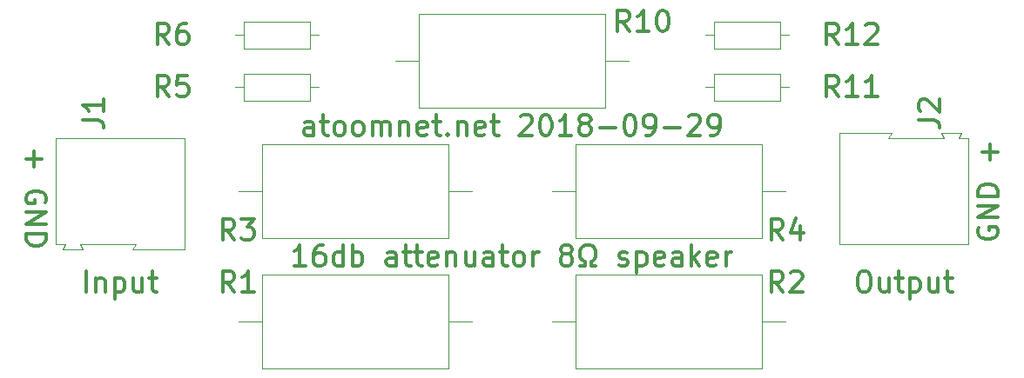
<source format=gbr>
G04 #@! TF.GenerationSoftware,KiCad,Pcbnew,(5.0.0)*
G04 #@! TF.CreationDate,2018-09-29T19:01:10+02:00*
G04 #@! TF.ProjectId,16db attenuator,3136646220617474656E7561746F722E,rev?*
G04 #@! TF.SameCoordinates,Original*
G04 #@! TF.FileFunction,Legend,Top*
G04 #@! TF.FilePolarity,Positive*
%FSLAX46Y46*%
G04 Gerber Fmt 4.6, Leading zero omitted, Abs format (unit mm)*
G04 Created by KiCad (PCBNEW (5.0.0)) date 09/29/18 19:01:10*
%MOMM*%
%LPD*%
G01*
G04 APERTURE LIST*
%ADD10C,0.300000*%
%ADD11C,0.120000*%
G04 APERTURE END LIST*
D10*
X134384285Y-97424761D02*
X134384285Y-96377142D01*
X134289047Y-96186666D01*
X134098571Y-96091428D01*
X133717619Y-96091428D01*
X133527142Y-96186666D01*
X134384285Y-97329523D02*
X134193809Y-97424761D01*
X133717619Y-97424761D01*
X133527142Y-97329523D01*
X133431904Y-97139047D01*
X133431904Y-96948571D01*
X133527142Y-96758095D01*
X133717619Y-96662857D01*
X134193809Y-96662857D01*
X134384285Y-96567619D01*
X135050952Y-96091428D02*
X135812857Y-96091428D01*
X135336666Y-95424761D02*
X135336666Y-97139047D01*
X135431904Y-97329523D01*
X135622380Y-97424761D01*
X135812857Y-97424761D01*
X136765238Y-97424761D02*
X136574761Y-97329523D01*
X136479523Y-97234285D01*
X136384285Y-97043809D01*
X136384285Y-96472380D01*
X136479523Y-96281904D01*
X136574761Y-96186666D01*
X136765238Y-96091428D01*
X137050952Y-96091428D01*
X137241428Y-96186666D01*
X137336666Y-96281904D01*
X137431904Y-96472380D01*
X137431904Y-97043809D01*
X137336666Y-97234285D01*
X137241428Y-97329523D01*
X137050952Y-97424761D01*
X136765238Y-97424761D01*
X138574761Y-97424761D02*
X138384285Y-97329523D01*
X138289047Y-97234285D01*
X138193809Y-97043809D01*
X138193809Y-96472380D01*
X138289047Y-96281904D01*
X138384285Y-96186666D01*
X138574761Y-96091428D01*
X138860476Y-96091428D01*
X139050952Y-96186666D01*
X139146190Y-96281904D01*
X139241428Y-96472380D01*
X139241428Y-97043809D01*
X139146190Y-97234285D01*
X139050952Y-97329523D01*
X138860476Y-97424761D01*
X138574761Y-97424761D01*
X140098571Y-97424761D02*
X140098571Y-96091428D01*
X140098571Y-96281904D02*
X140193809Y-96186666D01*
X140384285Y-96091428D01*
X140670000Y-96091428D01*
X140860476Y-96186666D01*
X140955714Y-96377142D01*
X140955714Y-97424761D01*
X140955714Y-96377142D02*
X141050952Y-96186666D01*
X141241428Y-96091428D01*
X141527142Y-96091428D01*
X141717619Y-96186666D01*
X141812857Y-96377142D01*
X141812857Y-97424761D01*
X142765238Y-96091428D02*
X142765238Y-97424761D01*
X142765238Y-96281904D02*
X142860476Y-96186666D01*
X143050952Y-96091428D01*
X143336666Y-96091428D01*
X143527142Y-96186666D01*
X143622380Y-96377142D01*
X143622380Y-97424761D01*
X145336666Y-97329523D02*
X145146190Y-97424761D01*
X144765238Y-97424761D01*
X144574761Y-97329523D01*
X144479523Y-97139047D01*
X144479523Y-96377142D01*
X144574761Y-96186666D01*
X144765238Y-96091428D01*
X145146190Y-96091428D01*
X145336666Y-96186666D01*
X145431904Y-96377142D01*
X145431904Y-96567619D01*
X144479523Y-96758095D01*
X146003333Y-96091428D02*
X146765238Y-96091428D01*
X146289047Y-95424761D02*
X146289047Y-97139047D01*
X146384285Y-97329523D01*
X146574761Y-97424761D01*
X146765238Y-97424761D01*
X147431904Y-97234285D02*
X147527142Y-97329523D01*
X147431904Y-97424761D01*
X147336666Y-97329523D01*
X147431904Y-97234285D01*
X147431904Y-97424761D01*
X148384285Y-96091428D02*
X148384285Y-97424761D01*
X148384285Y-96281904D02*
X148479523Y-96186666D01*
X148670000Y-96091428D01*
X148955714Y-96091428D01*
X149146190Y-96186666D01*
X149241428Y-96377142D01*
X149241428Y-97424761D01*
X150955714Y-97329523D02*
X150765238Y-97424761D01*
X150384285Y-97424761D01*
X150193809Y-97329523D01*
X150098571Y-97139047D01*
X150098571Y-96377142D01*
X150193809Y-96186666D01*
X150384285Y-96091428D01*
X150765238Y-96091428D01*
X150955714Y-96186666D01*
X151050952Y-96377142D01*
X151050952Y-96567619D01*
X150098571Y-96758095D01*
X151622380Y-96091428D02*
X152384285Y-96091428D01*
X151908095Y-95424761D02*
X151908095Y-97139047D01*
X152003333Y-97329523D01*
X152193809Y-97424761D01*
X152384285Y-97424761D01*
X154479523Y-95615238D02*
X154574761Y-95520000D01*
X154765238Y-95424761D01*
X155241428Y-95424761D01*
X155431904Y-95520000D01*
X155527142Y-95615238D01*
X155622380Y-95805714D01*
X155622380Y-95996190D01*
X155527142Y-96281904D01*
X154384285Y-97424761D01*
X155622380Y-97424761D01*
X156860476Y-95424761D02*
X157050952Y-95424761D01*
X157241428Y-95520000D01*
X157336666Y-95615238D01*
X157431904Y-95805714D01*
X157527142Y-96186666D01*
X157527142Y-96662857D01*
X157431904Y-97043809D01*
X157336666Y-97234285D01*
X157241428Y-97329523D01*
X157050952Y-97424761D01*
X156860476Y-97424761D01*
X156670000Y-97329523D01*
X156574761Y-97234285D01*
X156479523Y-97043809D01*
X156384285Y-96662857D01*
X156384285Y-96186666D01*
X156479523Y-95805714D01*
X156574761Y-95615238D01*
X156670000Y-95520000D01*
X156860476Y-95424761D01*
X159431904Y-97424761D02*
X158289047Y-97424761D01*
X158860476Y-97424761D02*
X158860476Y-95424761D01*
X158670000Y-95710476D01*
X158479523Y-95900952D01*
X158289047Y-95996190D01*
X160574761Y-96281904D02*
X160384285Y-96186666D01*
X160289047Y-96091428D01*
X160193809Y-95900952D01*
X160193809Y-95805714D01*
X160289047Y-95615238D01*
X160384285Y-95520000D01*
X160574761Y-95424761D01*
X160955714Y-95424761D01*
X161146190Y-95520000D01*
X161241428Y-95615238D01*
X161336666Y-95805714D01*
X161336666Y-95900952D01*
X161241428Y-96091428D01*
X161146190Y-96186666D01*
X160955714Y-96281904D01*
X160574761Y-96281904D01*
X160384285Y-96377142D01*
X160289047Y-96472380D01*
X160193809Y-96662857D01*
X160193809Y-97043809D01*
X160289047Y-97234285D01*
X160384285Y-97329523D01*
X160574761Y-97424761D01*
X160955714Y-97424761D01*
X161146190Y-97329523D01*
X161241428Y-97234285D01*
X161336666Y-97043809D01*
X161336666Y-96662857D01*
X161241428Y-96472380D01*
X161146190Y-96377142D01*
X160955714Y-96281904D01*
X162193809Y-96662857D02*
X163717619Y-96662857D01*
X165050952Y-95424761D02*
X165241428Y-95424761D01*
X165431904Y-95520000D01*
X165527142Y-95615238D01*
X165622380Y-95805714D01*
X165717619Y-96186666D01*
X165717619Y-96662857D01*
X165622380Y-97043809D01*
X165527142Y-97234285D01*
X165431904Y-97329523D01*
X165241428Y-97424761D01*
X165050952Y-97424761D01*
X164860476Y-97329523D01*
X164765238Y-97234285D01*
X164670000Y-97043809D01*
X164574761Y-96662857D01*
X164574761Y-96186666D01*
X164670000Y-95805714D01*
X164765238Y-95615238D01*
X164860476Y-95520000D01*
X165050952Y-95424761D01*
X166670000Y-97424761D02*
X167050952Y-97424761D01*
X167241428Y-97329523D01*
X167336666Y-97234285D01*
X167527142Y-96948571D01*
X167622380Y-96567619D01*
X167622380Y-95805714D01*
X167527142Y-95615238D01*
X167431904Y-95520000D01*
X167241428Y-95424761D01*
X166860476Y-95424761D01*
X166670000Y-95520000D01*
X166574761Y-95615238D01*
X166479523Y-95805714D01*
X166479523Y-96281904D01*
X166574761Y-96472380D01*
X166670000Y-96567619D01*
X166860476Y-96662857D01*
X167241428Y-96662857D01*
X167431904Y-96567619D01*
X167527142Y-96472380D01*
X167622380Y-96281904D01*
X168479523Y-96662857D02*
X170003333Y-96662857D01*
X170860476Y-95615238D02*
X170955714Y-95520000D01*
X171146190Y-95424761D01*
X171622380Y-95424761D01*
X171812857Y-95520000D01*
X171908095Y-95615238D01*
X172003333Y-95805714D01*
X172003333Y-95996190D01*
X171908095Y-96281904D01*
X170765238Y-97424761D01*
X172003333Y-97424761D01*
X172955714Y-97424761D02*
X173336666Y-97424761D01*
X173527142Y-97329523D01*
X173622380Y-97234285D01*
X173812857Y-96948571D01*
X173908095Y-96567619D01*
X173908095Y-95805714D01*
X173812857Y-95615238D01*
X173717619Y-95520000D01*
X173527142Y-95424761D01*
X173146190Y-95424761D01*
X172955714Y-95520000D01*
X172860476Y-95615238D01*
X172765238Y-95805714D01*
X172765238Y-96281904D01*
X172860476Y-96472380D01*
X172955714Y-96567619D01*
X173146190Y-96662857D01*
X173527142Y-96662857D01*
X173717619Y-96567619D01*
X173812857Y-96472380D01*
X173908095Y-96281904D01*
X133622380Y-110124761D02*
X132479523Y-110124761D01*
X133050952Y-110124761D02*
X133050952Y-108124761D01*
X132860476Y-108410476D01*
X132669999Y-108600952D01*
X132479523Y-108696190D01*
X135336666Y-108124761D02*
X134955714Y-108124761D01*
X134765238Y-108220000D01*
X134670000Y-108315238D01*
X134479523Y-108600952D01*
X134384285Y-108981904D01*
X134384285Y-109743809D01*
X134479523Y-109934285D01*
X134574761Y-110029523D01*
X134765238Y-110124761D01*
X135146190Y-110124761D01*
X135336666Y-110029523D01*
X135431904Y-109934285D01*
X135527142Y-109743809D01*
X135527142Y-109267619D01*
X135431904Y-109077142D01*
X135336666Y-108981904D01*
X135146190Y-108886666D01*
X134765238Y-108886666D01*
X134574761Y-108981904D01*
X134479523Y-109077142D01*
X134384285Y-109267619D01*
X137241428Y-110124761D02*
X137241428Y-108124761D01*
X137241428Y-110029523D02*
X137050952Y-110124761D01*
X136670000Y-110124761D01*
X136479523Y-110029523D01*
X136384285Y-109934285D01*
X136289047Y-109743809D01*
X136289047Y-109172380D01*
X136384285Y-108981904D01*
X136479523Y-108886666D01*
X136670000Y-108791428D01*
X137050952Y-108791428D01*
X137241428Y-108886666D01*
X138193809Y-110124761D02*
X138193809Y-108124761D01*
X138193809Y-108886666D02*
X138384285Y-108791428D01*
X138765238Y-108791428D01*
X138955714Y-108886666D01*
X139050952Y-108981904D01*
X139146190Y-109172380D01*
X139146190Y-109743809D01*
X139050952Y-109934285D01*
X138955714Y-110029523D01*
X138765238Y-110124761D01*
X138384285Y-110124761D01*
X138193809Y-110029523D01*
X142384285Y-110124761D02*
X142384285Y-109077142D01*
X142289047Y-108886666D01*
X142098571Y-108791428D01*
X141717619Y-108791428D01*
X141527142Y-108886666D01*
X142384285Y-110029523D02*
X142193809Y-110124761D01*
X141717619Y-110124761D01*
X141527142Y-110029523D01*
X141431904Y-109839047D01*
X141431904Y-109648571D01*
X141527142Y-109458095D01*
X141717619Y-109362857D01*
X142193809Y-109362857D01*
X142384285Y-109267619D01*
X143050952Y-108791428D02*
X143812857Y-108791428D01*
X143336666Y-108124761D02*
X143336666Y-109839047D01*
X143431904Y-110029523D01*
X143622380Y-110124761D01*
X143812857Y-110124761D01*
X144193809Y-108791428D02*
X144955714Y-108791428D01*
X144479523Y-108124761D02*
X144479523Y-109839047D01*
X144574761Y-110029523D01*
X144765238Y-110124761D01*
X144955714Y-110124761D01*
X146384285Y-110029523D02*
X146193809Y-110124761D01*
X145812857Y-110124761D01*
X145622380Y-110029523D01*
X145527142Y-109839047D01*
X145527142Y-109077142D01*
X145622380Y-108886666D01*
X145812857Y-108791428D01*
X146193809Y-108791428D01*
X146384285Y-108886666D01*
X146479523Y-109077142D01*
X146479523Y-109267619D01*
X145527142Y-109458095D01*
X147336666Y-108791428D02*
X147336666Y-110124761D01*
X147336666Y-108981904D02*
X147431904Y-108886666D01*
X147622380Y-108791428D01*
X147908095Y-108791428D01*
X148098571Y-108886666D01*
X148193809Y-109077142D01*
X148193809Y-110124761D01*
X150003333Y-108791428D02*
X150003333Y-110124761D01*
X149146190Y-108791428D02*
X149146190Y-109839047D01*
X149241428Y-110029523D01*
X149431904Y-110124761D01*
X149717619Y-110124761D01*
X149908095Y-110029523D01*
X150003333Y-109934285D01*
X151812857Y-110124761D02*
X151812857Y-109077142D01*
X151717619Y-108886666D01*
X151527142Y-108791428D01*
X151146190Y-108791428D01*
X150955714Y-108886666D01*
X151812857Y-110029523D02*
X151622380Y-110124761D01*
X151146190Y-110124761D01*
X150955714Y-110029523D01*
X150860476Y-109839047D01*
X150860476Y-109648571D01*
X150955714Y-109458095D01*
X151146190Y-109362857D01*
X151622380Y-109362857D01*
X151812857Y-109267619D01*
X152479523Y-108791428D02*
X153241428Y-108791428D01*
X152765238Y-108124761D02*
X152765238Y-109839047D01*
X152860476Y-110029523D01*
X153050952Y-110124761D01*
X153241428Y-110124761D01*
X154193809Y-110124761D02*
X154003333Y-110029523D01*
X153908095Y-109934285D01*
X153812857Y-109743809D01*
X153812857Y-109172380D01*
X153908095Y-108981904D01*
X154003333Y-108886666D01*
X154193809Y-108791428D01*
X154479523Y-108791428D01*
X154670000Y-108886666D01*
X154765238Y-108981904D01*
X154860476Y-109172380D01*
X154860476Y-109743809D01*
X154765238Y-109934285D01*
X154670000Y-110029523D01*
X154479523Y-110124761D01*
X154193809Y-110124761D01*
X155717619Y-110124761D02*
X155717619Y-108791428D01*
X155717619Y-109172380D02*
X155812857Y-108981904D01*
X155908095Y-108886666D01*
X156098571Y-108791428D01*
X156289047Y-108791428D01*
X158765238Y-108981904D02*
X158574761Y-108886666D01*
X158479523Y-108791428D01*
X158384285Y-108600952D01*
X158384285Y-108505714D01*
X158479523Y-108315238D01*
X158574761Y-108220000D01*
X158765238Y-108124761D01*
X159146190Y-108124761D01*
X159336666Y-108220000D01*
X159431904Y-108315238D01*
X159527142Y-108505714D01*
X159527142Y-108600952D01*
X159431904Y-108791428D01*
X159336666Y-108886666D01*
X159146190Y-108981904D01*
X158765238Y-108981904D01*
X158574761Y-109077142D01*
X158479523Y-109172380D01*
X158384285Y-109362857D01*
X158384285Y-109743809D01*
X158479523Y-109934285D01*
X158574761Y-110029523D01*
X158765238Y-110124761D01*
X159146190Y-110124761D01*
X159336666Y-110029523D01*
X159431904Y-109934285D01*
X159527142Y-109743809D01*
X159527142Y-109362857D01*
X159431904Y-109172380D01*
X159336666Y-109077142D01*
X159146190Y-108981904D01*
X160289047Y-110124761D02*
X160765238Y-110124761D01*
X160765238Y-109743809D01*
X160574761Y-109648571D01*
X160384285Y-109458095D01*
X160289047Y-109172380D01*
X160289047Y-108696190D01*
X160384285Y-108410476D01*
X160574761Y-108220000D01*
X160860476Y-108124761D01*
X161241428Y-108124761D01*
X161527142Y-108220000D01*
X161717619Y-108410476D01*
X161812857Y-108696190D01*
X161812857Y-109172380D01*
X161717619Y-109458095D01*
X161527142Y-109648571D01*
X161336666Y-109743809D01*
X161336666Y-110124761D01*
X161812857Y-110124761D01*
X164098571Y-110029523D02*
X164289047Y-110124761D01*
X164669999Y-110124761D01*
X164860476Y-110029523D01*
X164955714Y-109839047D01*
X164955714Y-109743809D01*
X164860476Y-109553333D01*
X164669999Y-109458095D01*
X164384285Y-109458095D01*
X164193809Y-109362857D01*
X164098571Y-109172380D01*
X164098571Y-109077142D01*
X164193809Y-108886666D01*
X164384285Y-108791428D01*
X164669999Y-108791428D01*
X164860476Y-108886666D01*
X165812857Y-108791428D02*
X165812857Y-110791428D01*
X165812857Y-108886666D02*
X166003333Y-108791428D01*
X166384285Y-108791428D01*
X166574761Y-108886666D01*
X166670000Y-108981904D01*
X166765238Y-109172380D01*
X166765238Y-109743809D01*
X166670000Y-109934285D01*
X166574761Y-110029523D01*
X166384285Y-110124761D01*
X166003333Y-110124761D01*
X165812857Y-110029523D01*
X168384285Y-110029523D02*
X168193809Y-110124761D01*
X167812857Y-110124761D01*
X167622380Y-110029523D01*
X167527142Y-109839047D01*
X167527142Y-109077142D01*
X167622380Y-108886666D01*
X167812857Y-108791428D01*
X168193809Y-108791428D01*
X168384285Y-108886666D01*
X168479523Y-109077142D01*
X168479523Y-109267619D01*
X167527142Y-109458095D01*
X170193809Y-110124761D02*
X170193809Y-109077142D01*
X170098571Y-108886666D01*
X169908095Y-108791428D01*
X169527142Y-108791428D01*
X169336666Y-108886666D01*
X170193809Y-110029523D02*
X170003333Y-110124761D01*
X169527142Y-110124761D01*
X169336666Y-110029523D01*
X169241428Y-109839047D01*
X169241428Y-109648571D01*
X169336666Y-109458095D01*
X169527142Y-109362857D01*
X170003333Y-109362857D01*
X170193809Y-109267619D01*
X171146190Y-110124761D02*
X171146190Y-108124761D01*
X171336666Y-109362857D02*
X171908095Y-110124761D01*
X171908095Y-108791428D02*
X171146190Y-109553333D01*
X173527142Y-110029523D02*
X173336666Y-110124761D01*
X172955714Y-110124761D01*
X172765238Y-110029523D01*
X172669999Y-109839047D01*
X172669999Y-109077142D01*
X172765238Y-108886666D01*
X172955714Y-108791428D01*
X173336666Y-108791428D01*
X173527142Y-108886666D01*
X173622380Y-109077142D01*
X173622380Y-109267619D01*
X172669999Y-109458095D01*
X174479523Y-110124761D02*
X174479523Y-108791428D01*
X174479523Y-109172380D02*
X174574761Y-108981904D01*
X174669999Y-108886666D01*
X174860476Y-108791428D01*
X175050952Y-108791428D01*
X199025000Y-106393809D02*
X198929761Y-106584285D01*
X198929761Y-106870000D01*
X199025000Y-107155714D01*
X199215476Y-107346190D01*
X199405952Y-107441428D01*
X199786904Y-107536666D01*
X200072619Y-107536666D01*
X200453571Y-107441428D01*
X200644047Y-107346190D01*
X200834523Y-107155714D01*
X200929761Y-106870000D01*
X200929761Y-106679523D01*
X200834523Y-106393809D01*
X200739285Y-106298571D01*
X200072619Y-106298571D01*
X200072619Y-106679523D01*
X200929761Y-105441428D02*
X198929761Y-105441428D01*
X200929761Y-104298571D01*
X198929761Y-104298571D01*
X200929761Y-103346190D02*
X198929761Y-103346190D01*
X198929761Y-102870000D01*
X199025000Y-102584285D01*
X199215476Y-102393809D01*
X199405952Y-102298571D01*
X199786904Y-102203333D01*
X200072619Y-102203333D01*
X200453571Y-102298571D01*
X200644047Y-102393809D01*
X200834523Y-102584285D01*
X200929761Y-102870000D01*
X200929761Y-103346190D01*
X200167857Y-99822380D02*
X200167857Y-98298571D01*
X200929761Y-99060476D02*
X199405952Y-99060476D01*
X107172142Y-98933571D02*
X107172142Y-100457380D01*
X106410238Y-99695476D02*
X107934047Y-99695476D01*
X108315000Y-103981190D02*
X108410238Y-103790714D01*
X108410238Y-103505000D01*
X108315000Y-103219285D01*
X108124523Y-103028809D01*
X107934047Y-102933571D01*
X107553095Y-102838333D01*
X107267380Y-102838333D01*
X106886428Y-102933571D01*
X106695952Y-103028809D01*
X106505476Y-103219285D01*
X106410238Y-103505000D01*
X106410238Y-103695476D01*
X106505476Y-103981190D01*
X106600714Y-104076428D01*
X107267380Y-104076428D01*
X107267380Y-103695476D01*
X106410238Y-104933571D02*
X108410238Y-104933571D01*
X106410238Y-106076428D01*
X108410238Y-106076428D01*
X106410238Y-107028809D02*
X108410238Y-107028809D01*
X108410238Y-107505000D01*
X108315000Y-107790714D01*
X108124523Y-107981190D01*
X107934047Y-108076428D01*
X107553095Y-108171666D01*
X107267380Y-108171666D01*
X106886428Y-108076428D01*
X106695952Y-107981190D01*
X106505476Y-107790714D01*
X106410238Y-107505000D01*
X106410238Y-107028809D01*
X112284285Y-112664761D02*
X112284285Y-110664761D01*
X113236666Y-111331428D02*
X113236666Y-112664761D01*
X113236666Y-111521904D02*
X113331904Y-111426666D01*
X113522380Y-111331428D01*
X113808095Y-111331428D01*
X113998571Y-111426666D01*
X114093809Y-111617142D01*
X114093809Y-112664761D01*
X115046190Y-111331428D02*
X115046190Y-113331428D01*
X115046190Y-111426666D02*
X115236666Y-111331428D01*
X115617619Y-111331428D01*
X115808095Y-111426666D01*
X115903333Y-111521904D01*
X115998571Y-111712380D01*
X115998571Y-112283809D01*
X115903333Y-112474285D01*
X115808095Y-112569523D01*
X115617619Y-112664761D01*
X115236666Y-112664761D01*
X115046190Y-112569523D01*
X117712857Y-111331428D02*
X117712857Y-112664761D01*
X116855714Y-111331428D02*
X116855714Y-112379047D01*
X116950952Y-112569523D01*
X117141428Y-112664761D01*
X117427142Y-112664761D01*
X117617619Y-112569523D01*
X117712857Y-112474285D01*
X118379523Y-111331428D02*
X119141428Y-111331428D01*
X118665238Y-110664761D02*
X118665238Y-112379047D01*
X118760476Y-112569523D01*
X118950952Y-112664761D01*
X119141428Y-112664761D01*
X187722380Y-110664761D02*
X188103333Y-110664761D01*
X188293809Y-110760000D01*
X188484285Y-110950476D01*
X188579523Y-111331428D01*
X188579523Y-111998095D01*
X188484285Y-112379047D01*
X188293809Y-112569523D01*
X188103333Y-112664761D01*
X187722380Y-112664761D01*
X187531904Y-112569523D01*
X187341428Y-112379047D01*
X187246190Y-111998095D01*
X187246190Y-111331428D01*
X187341428Y-110950476D01*
X187531904Y-110760000D01*
X187722380Y-110664761D01*
X190293809Y-111331428D02*
X190293809Y-112664761D01*
X189436666Y-111331428D02*
X189436666Y-112379047D01*
X189531904Y-112569523D01*
X189722380Y-112664761D01*
X190008095Y-112664761D01*
X190198571Y-112569523D01*
X190293809Y-112474285D01*
X190960476Y-111331428D02*
X191722380Y-111331428D01*
X191246190Y-110664761D02*
X191246190Y-112379047D01*
X191341428Y-112569523D01*
X191531904Y-112664761D01*
X191722380Y-112664761D01*
X192389047Y-111331428D02*
X192389047Y-113331428D01*
X192389047Y-111426666D02*
X192579523Y-111331428D01*
X192960476Y-111331428D01*
X193150952Y-111426666D01*
X193246190Y-111521904D01*
X193341428Y-111712380D01*
X193341428Y-112283809D01*
X193246190Y-112474285D01*
X193150952Y-112569523D01*
X192960476Y-112664761D01*
X192579523Y-112664761D01*
X192389047Y-112569523D01*
X195055714Y-111331428D02*
X195055714Y-112664761D01*
X194198571Y-111331428D02*
X194198571Y-112379047D01*
X194293809Y-112569523D01*
X194484285Y-112664761D01*
X194770000Y-112664761D01*
X194960476Y-112569523D01*
X195055714Y-112474285D01*
X195722380Y-111331428D02*
X196484285Y-111331428D01*
X196008095Y-110664761D02*
X196008095Y-112379047D01*
X196103333Y-112569523D01*
X196293809Y-112664761D01*
X196484285Y-112664761D01*
D11*
G04 #@! TO.C,J1*
X121870000Y-97680000D02*
X109270000Y-97680000D01*
X109270000Y-97680000D02*
X109270000Y-108030000D01*
X109270000Y-108030000D02*
X110220000Y-108030000D01*
X110220000Y-108030000D02*
X109970000Y-108530000D01*
X109970000Y-108530000D02*
X111870000Y-108530000D01*
X111870000Y-108530000D02*
X111920000Y-108530000D01*
X111920000Y-108530000D02*
X111670000Y-108030000D01*
X111670000Y-108030000D02*
X117070000Y-108030000D01*
X117070000Y-108030000D02*
X116770000Y-108530000D01*
X116770000Y-108530000D02*
X121870000Y-108530000D01*
X121870000Y-108530000D02*
X121870000Y-97680000D01*
G04 #@! TO.C,J2*
X185470000Y-97210000D02*
X185470000Y-108060000D01*
X190570000Y-97210000D02*
X185470000Y-97210000D01*
X190270000Y-97710000D02*
X190570000Y-97210000D01*
X195670000Y-97710000D02*
X190270000Y-97710000D01*
X195420000Y-97210000D02*
X195670000Y-97710000D01*
X195470000Y-97210000D02*
X195420000Y-97210000D01*
X197370000Y-97210000D02*
X195470000Y-97210000D01*
X197120000Y-97710000D02*
X197370000Y-97210000D01*
X198070000Y-97710000D02*
X197120000Y-97710000D01*
X198070000Y-108060000D02*
X198070000Y-97710000D01*
X185470000Y-108060000D02*
X198070000Y-108060000D01*
G04 #@! TO.C,R1*
X127110000Y-115570000D02*
X129370000Y-115570000D01*
X149750000Y-115570000D02*
X147490000Y-115570000D01*
X129370000Y-120130000D02*
X147490000Y-120130000D01*
X129370000Y-111010000D02*
X129370000Y-120130000D01*
X147490000Y-111010000D02*
X129370000Y-111010000D01*
X147490000Y-120130000D02*
X147490000Y-111010000D01*
G04 #@! TO.C,R2*
X177970000Y-120130000D02*
X177970000Y-111010000D01*
X177970000Y-111010000D02*
X159850000Y-111010000D01*
X159850000Y-111010000D02*
X159850000Y-120130000D01*
X159850000Y-120130000D02*
X177970000Y-120130000D01*
X180230000Y-115570000D02*
X177970000Y-115570000D01*
X157590000Y-115570000D02*
X159850000Y-115570000D01*
G04 #@! TO.C,R3*
X127110000Y-102870000D02*
X129370000Y-102870000D01*
X149750000Y-102870000D02*
X147490000Y-102870000D01*
X129370000Y-107430000D02*
X147490000Y-107430000D01*
X129370000Y-98310000D02*
X129370000Y-107430000D01*
X147490000Y-98310000D02*
X129370000Y-98310000D01*
X147490000Y-107430000D02*
X147490000Y-98310000D01*
G04 #@! TO.C,R4*
X177970000Y-107430000D02*
X177970000Y-98310000D01*
X177970000Y-98310000D02*
X159850000Y-98310000D01*
X159850000Y-98310000D02*
X159850000Y-107430000D01*
X159850000Y-107430000D02*
X177970000Y-107430000D01*
X180230000Y-102870000D02*
X177970000Y-102870000D01*
X157590000Y-102870000D02*
X159850000Y-102870000D01*
G04 #@! TO.C,R5*
X126710000Y-92710000D02*
X127600000Y-92710000D01*
X134910000Y-92710000D02*
X134020000Y-92710000D01*
X127600000Y-94020000D02*
X134020000Y-94020000D01*
X127600000Y-91400000D02*
X127600000Y-94020000D01*
X134020000Y-91400000D02*
X127600000Y-91400000D01*
X134020000Y-94020000D02*
X134020000Y-91400000D01*
G04 #@! TO.C,R6*
X134020000Y-88940000D02*
X134020000Y-86320000D01*
X134020000Y-86320000D02*
X127600000Y-86320000D01*
X127600000Y-86320000D02*
X127600000Y-88940000D01*
X127600000Y-88940000D02*
X134020000Y-88940000D01*
X134910000Y-87630000D02*
X134020000Y-87630000D01*
X126710000Y-87630000D02*
X127600000Y-87630000D01*
G04 #@! TO.C,R10*
X142350000Y-90170000D02*
X144610000Y-90170000D01*
X164990000Y-90170000D02*
X162730000Y-90170000D01*
X144610000Y-94730000D02*
X162730000Y-94730000D01*
X144610000Y-85610000D02*
X144610000Y-94730000D01*
X162730000Y-85610000D02*
X144610000Y-85610000D01*
X162730000Y-94730000D02*
X162730000Y-85610000D01*
G04 #@! TO.C,R11*
X173320000Y-91400000D02*
X173320000Y-94020000D01*
X173320000Y-94020000D02*
X179740000Y-94020000D01*
X179740000Y-94020000D02*
X179740000Y-91400000D01*
X179740000Y-91400000D02*
X173320000Y-91400000D01*
X172430000Y-92710000D02*
X173320000Y-92710000D01*
X180630000Y-92710000D02*
X179740000Y-92710000D01*
G04 #@! TO.C,R12*
X180630000Y-87630000D02*
X179740000Y-87630000D01*
X172430000Y-87630000D02*
X173320000Y-87630000D01*
X179740000Y-86320000D02*
X173320000Y-86320000D01*
X179740000Y-88940000D02*
X179740000Y-86320000D01*
X173320000Y-88940000D02*
X179740000Y-88940000D01*
X173320000Y-86320000D02*
X173320000Y-88940000D01*
G04 #@! TO.C,J1*
D10*
X111934761Y-95916666D02*
X113363333Y-95916666D01*
X113649047Y-96011904D01*
X113839523Y-96202380D01*
X113934761Y-96488095D01*
X113934761Y-96678571D01*
X113934761Y-93916666D02*
X113934761Y-95059523D01*
X113934761Y-94488095D02*
X111934761Y-94488095D01*
X112220476Y-94678571D01*
X112410952Y-94869047D01*
X112506190Y-95059523D01*
G04 #@! TO.C,J2*
X193214761Y-95916666D02*
X194643333Y-95916666D01*
X194929047Y-96011904D01*
X195119523Y-96202380D01*
X195214761Y-96488095D01*
X195214761Y-96678571D01*
X193405238Y-95059523D02*
X193310000Y-94964285D01*
X193214761Y-94773809D01*
X193214761Y-94297619D01*
X193310000Y-94107142D01*
X193405238Y-94011904D01*
X193595714Y-93916666D01*
X193786190Y-93916666D01*
X194071904Y-94011904D01*
X195214761Y-95154761D01*
X195214761Y-93916666D01*
G04 #@! TO.C,R1*
X126666666Y-112664761D02*
X126000000Y-111712380D01*
X125523809Y-112664761D02*
X125523809Y-110664761D01*
X126285714Y-110664761D01*
X126476190Y-110760000D01*
X126571428Y-110855238D01*
X126666666Y-111045714D01*
X126666666Y-111331428D01*
X126571428Y-111521904D01*
X126476190Y-111617142D01*
X126285714Y-111712380D01*
X125523809Y-111712380D01*
X128571428Y-112664761D02*
X127428571Y-112664761D01*
X128000000Y-112664761D02*
X128000000Y-110664761D01*
X127809523Y-110950476D01*
X127619047Y-111140952D01*
X127428571Y-111236190D01*
G04 #@! TO.C,R2*
X180006666Y-112664761D02*
X179340000Y-111712380D01*
X178863809Y-112664761D02*
X178863809Y-110664761D01*
X179625714Y-110664761D01*
X179816190Y-110760000D01*
X179911428Y-110855238D01*
X180006666Y-111045714D01*
X180006666Y-111331428D01*
X179911428Y-111521904D01*
X179816190Y-111617142D01*
X179625714Y-111712380D01*
X178863809Y-111712380D01*
X180768571Y-110855238D02*
X180863809Y-110760000D01*
X181054285Y-110664761D01*
X181530476Y-110664761D01*
X181720952Y-110760000D01*
X181816190Y-110855238D01*
X181911428Y-111045714D01*
X181911428Y-111236190D01*
X181816190Y-111521904D01*
X180673333Y-112664761D01*
X181911428Y-112664761D01*
G04 #@! TO.C,R3*
X126666666Y-107584761D02*
X126000000Y-106632380D01*
X125523809Y-107584761D02*
X125523809Y-105584761D01*
X126285714Y-105584761D01*
X126476190Y-105680000D01*
X126571428Y-105775238D01*
X126666666Y-105965714D01*
X126666666Y-106251428D01*
X126571428Y-106441904D01*
X126476190Y-106537142D01*
X126285714Y-106632380D01*
X125523809Y-106632380D01*
X127333333Y-105584761D02*
X128571428Y-105584761D01*
X127904761Y-106346666D01*
X128190476Y-106346666D01*
X128380952Y-106441904D01*
X128476190Y-106537142D01*
X128571428Y-106727619D01*
X128571428Y-107203809D01*
X128476190Y-107394285D01*
X128380952Y-107489523D01*
X128190476Y-107584761D01*
X127619047Y-107584761D01*
X127428571Y-107489523D01*
X127333333Y-107394285D01*
G04 #@! TO.C,R4*
X180006666Y-107584761D02*
X179340000Y-106632380D01*
X178863809Y-107584761D02*
X178863809Y-105584761D01*
X179625714Y-105584761D01*
X179816190Y-105680000D01*
X179911428Y-105775238D01*
X180006666Y-105965714D01*
X180006666Y-106251428D01*
X179911428Y-106441904D01*
X179816190Y-106537142D01*
X179625714Y-106632380D01*
X178863809Y-106632380D01*
X181720952Y-106251428D02*
X181720952Y-107584761D01*
X181244761Y-105489523D02*
X180768571Y-106918095D01*
X182006666Y-106918095D01*
G04 #@! TO.C,R5*
X120316666Y-93614761D02*
X119650000Y-92662380D01*
X119173809Y-93614761D02*
X119173809Y-91614761D01*
X119935714Y-91614761D01*
X120126190Y-91710000D01*
X120221428Y-91805238D01*
X120316666Y-91995714D01*
X120316666Y-92281428D01*
X120221428Y-92471904D01*
X120126190Y-92567142D01*
X119935714Y-92662380D01*
X119173809Y-92662380D01*
X122126190Y-91614761D02*
X121173809Y-91614761D01*
X121078571Y-92567142D01*
X121173809Y-92471904D01*
X121364285Y-92376666D01*
X121840476Y-92376666D01*
X122030952Y-92471904D01*
X122126190Y-92567142D01*
X122221428Y-92757619D01*
X122221428Y-93233809D01*
X122126190Y-93424285D01*
X122030952Y-93519523D01*
X121840476Y-93614761D01*
X121364285Y-93614761D01*
X121173809Y-93519523D01*
X121078571Y-93424285D01*
G04 #@! TO.C,R6*
X120316666Y-88534761D02*
X119650000Y-87582380D01*
X119173809Y-88534761D02*
X119173809Y-86534761D01*
X119935714Y-86534761D01*
X120126190Y-86630000D01*
X120221428Y-86725238D01*
X120316666Y-86915714D01*
X120316666Y-87201428D01*
X120221428Y-87391904D01*
X120126190Y-87487142D01*
X119935714Y-87582380D01*
X119173809Y-87582380D01*
X122030952Y-86534761D02*
X121650000Y-86534761D01*
X121459523Y-86630000D01*
X121364285Y-86725238D01*
X121173809Y-87010952D01*
X121078571Y-87391904D01*
X121078571Y-88153809D01*
X121173809Y-88344285D01*
X121269047Y-88439523D01*
X121459523Y-88534761D01*
X121840476Y-88534761D01*
X122030952Y-88439523D01*
X122126190Y-88344285D01*
X122221428Y-88153809D01*
X122221428Y-87677619D01*
X122126190Y-87487142D01*
X122030952Y-87391904D01*
X121840476Y-87296666D01*
X121459523Y-87296666D01*
X121269047Y-87391904D01*
X121173809Y-87487142D01*
X121078571Y-87677619D01*
G04 #@! TO.C,R10*
X165084285Y-87264761D02*
X164417619Y-86312380D01*
X163941428Y-87264761D02*
X163941428Y-85264761D01*
X164703333Y-85264761D01*
X164893809Y-85360000D01*
X164989047Y-85455238D01*
X165084285Y-85645714D01*
X165084285Y-85931428D01*
X164989047Y-86121904D01*
X164893809Y-86217142D01*
X164703333Y-86312380D01*
X163941428Y-86312380D01*
X166989047Y-87264761D02*
X165846190Y-87264761D01*
X166417619Y-87264761D02*
X166417619Y-85264761D01*
X166227142Y-85550476D01*
X166036666Y-85740952D01*
X165846190Y-85836190D01*
X168227142Y-85264761D02*
X168417619Y-85264761D01*
X168608095Y-85360000D01*
X168703333Y-85455238D01*
X168798571Y-85645714D01*
X168893809Y-86026666D01*
X168893809Y-86502857D01*
X168798571Y-86883809D01*
X168703333Y-87074285D01*
X168608095Y-87169523D01*
X168417619Y-87264761D01*
X168227142Y-87264761D01*
X168036666Y-87169523D01*
X167941428Y-87074285D01*
X167846190Y-86883809D01*
X167750952Y-86502857D01*
X167750952Y-86026666D01*
X167846190Y-85645714D01*
X167941428Y-85455238D01*
X168036666Y-85360000D01*
X168227142Y-85264761D01*
G04 #@! TO.C,R11*
X185404285Y-93614761D02*
X184737619Y-92662380D01*
X184261428Y-93614761D02*
X184261428Y-91614761D01*
X185023333Y-91614761D01*
X185213809Y-91710000D01*
X185309047Y-91805238D01*
X185404285Y-91995714D01*
X185404285Y-92281428D01*
X185309047Y-92471904D01*
X185213809Y-92567142D01*
X185023333Y-92662380D01*
X184261428Y-92662380D01*
X187309047Y-93614761D02*
X186166190Y-93614761D01*
X186737619Y-93614761D02*
X186737619Y-91614761D01*
X186547142Y-91900476D01*
X186356666Y-92090952D01*
X186166190Y-92186190D01*
X189213809Y-93614761D02*
X188070952Y-93614761D01*
X188642380Y-93614761D02*
X188642380Y-91614761D01*
X188451904Y-91900476D01*
X188261428Y-92090952D01*
X188070952Y-92186190D01*
G04 #@! TO.C,R12*
X185404285Y-88534761D02*
X184737619Y-87582380D01*
X184261428Y-88534761D02*
X184261428Y-86534761D01*
X185023333Y-86534761D01*
X185213809Y-86630000D01*
X185309047Y-86725238D01*
X185404285Y-86915714D01*
X185404285Y-87201428D01*
X185309047Y-87391904D01*
X185213809Y-87487142D01*
X185023333Y-87582380D01*
X184261428Y-87582380D01*
X187309047Y-88534761D02*
X186166190Y-88534761D01*
X186737619Y-88534761D02*
X186737619Y-86534761D01*
X186547142Y-86820476D01*
X186356666Y-87010952D01*
X186166190Y-87106190D01*
X188070952Y-86725238D02*
X188166190Y-86630000D01*
X188356666Y-86534761D01*
X188832857Y-86534761D01*
X189023333Y-86630000D01*
X189118571Y-86725238D01*
X189213809Y-86915714D01*
X189213809Y-87106190D01*
X189118571Y-87391904D01*
X187975714Y-88534761D01*
X189213809Y-88534761D01*
G04 #@! TD*
M02*

</source>
